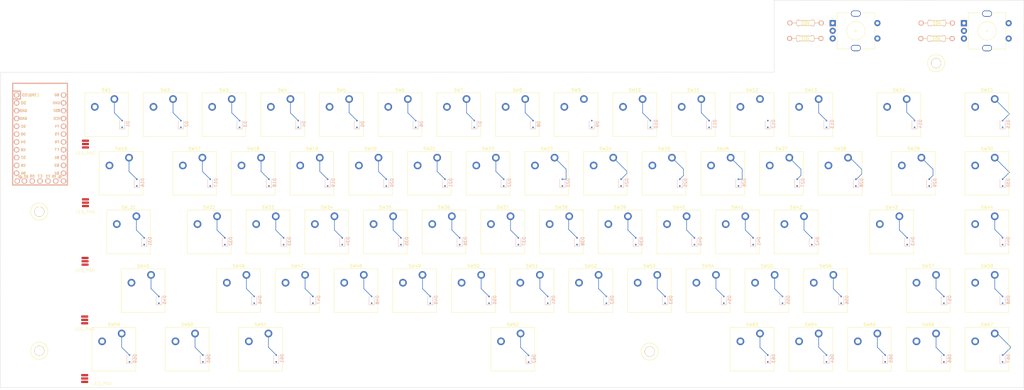
<source format=kicad_pcb>
(kicad_pcb (version 20240108) (generator "pcbnew") (generator_version "8.0")
  (layers (0 "F.Cu" signal) (31 "B.Cu" signal) (34 "B.Paste" user) (35 "F.Paste" user) (36 "B.SilkS" user "B.Silkscreen") (37 "F.SilkS" user "F.Silkscreen") (38 "B.Mask" user) (39 "F.Mask" user) (44 "Edge.Cuts" user))
  (net 0 "")
  (net 1 "N$1")
  (net 2 "N$10")
  (net 3 "N$11")
  (net 4 "N$12")
  (net 5 "N$13")
  (net 6 "N$14")
  (net 7 "N$15")
  (net 8 "N$16")
  (net 9 "N$17")
  (net 10 "N$18")
  (net 11 "N$19")
  (net 12 "N$2")
  (net 13 "N$20")
  (net 14 "N$21")
  (net 15 "N$22")
  (net 16 "N$23")
  (net 17 "N$24")
  (net 18 "N$25")
  (net 19 "N$26")
  (net 20 "N$27")
  (net 21 "N$28")
  (net 22 "N$29")
  (net 23 "N$3")
  (net 24 "N$30")
  (net 25 "N$31")
  (net 26 "N$32")
  (net 27 "N$33")
  (net 28 "N$34")
  (net 29 "N$35")
  (net 30 "N$36")
  (net 31 "N$37")
  (net 32 "N$38")
  (net 33 "N$39")
  (net 34 "N$4")
  (net 35 "N$40")
  (net 36 "N$41")
  (net 37 "N$42")
  (net 38 "N$43")
  (net 39 "N$44")
  (net 40 "N$45")
  (net 41 "N$46")
  (net 42 "N$47")
  (net 43 "N$48")
  (net 44 "N$49")
  (net 45 "N$5")
  (net 46 "N$50")
  (net 47 "N$51")
  (net 48 "N$52")
  (net 49 "N$53")
  (net 50 "N$54")
  (net 51 "N$55")
  (net 52 "N$56")
  (net 53 "N$57")
  (net 54 "N$58")
  (net 55 "N$59")
  (net 56 "N$6")
  (net 57 "N$60")
  (net 58 "N$61")
  (net 59 "N$62")
  (net 60 "N$63")
  (net 61 "N$64")
  (net 62 "N$65")
  (net 63 "N$66")
  (net 64 "N$67")
  (net 65 "N$7")
  (net 66 "N$8")
  (net 67 "N$9")
  (footprint "PCM_Switch_Keyboard_Cherry_MX:SW_Cherry_MX_PCB_1.00u" (layer "F.Cu") (at 271.78 175.26)
    (property "Reference" "SW8")
    (property "Value" "SW_Push")
  )
  (footprint "PCM_Switch_Keyboard_Cherry_MX:SW_Cherry_MX_PCB_1.00u" (layer "F.Cu") (at 347.98 175.26)
    (property "Reference" "SW12")
    (property "Value" "SW_Push")
  )
  (footprint "PCM_Switch_Keyboard_Cherry_MX:SW_Cherry_MX_PCB_6.25u" (layer "F.Cu") (at 270.275 251.46)
    (property "Reference" "SW62")
    (property "Value" "SW_Push")
  )
  (footprint "PCM_Switch_Keyboard_Cherry_MX:SW_Cherry_MX_PCB_1.00u" (layer "F.Cu") (at 424.18 194.31)
    (property "Reference" "SW30")
    (property "Value" "SW_Push")
  )
  (footprint "PCM_Switch_Keyboard_Cherry_MX:SW_Cherry_MX_PCB_1.00u" (layer "F.Cu") (at 338.455 194.31)
    (property "Reference" "SW26")
    (property "Value" "SW_Push")
  )
  (footprint "PCM_Switch_Keyboard_Cherry_MX:SW_Cherry_MX_PCB_1.50u" (layer "F.Cu") (at 143.1925 194.31)
    (property "Reference" "SW16")
    (property "Value" "SW_Push")
  )
  (footprint "PCM_Switch_Keyboard_Cherry_MX:SW_Cherry_MX_PCB_1.00u" (layer "F.Cu") (at 267.0175 213.36)
    (property "Reference" "SW37")
    (property "Value" "SW_Push")
  )
  (footprint "PCM_Switch_Keyboard_Cherry_MX:SW_Cherry_MX_PCB_1.00u" (layer "F.Cu") (at 171.7675 213.36)
    (property "Reference" "SW32")
    (property "Value" "SW_Push")
  )
  (footprint "PCM_Switch_Keyboard_Cherry_MX:SW_Cherry_MX_PCB_1.00u" (layer "F.Cu") (at 176.53 175.26)
    (property "Reference" "SW3")
    (property "Value" "SW_Push")
  )
  (footprint "PCM_Switch_Keyboard_Cherry_MX:SW_Cherry_MX_PCB_1.00u" (layer "F.Cu") (at 200.3425 232.41)
    (property "Reference" "SW47")
    (property "Value" "SW_Push")
  )
  (footprint "PCM_Switch_Keyboard_Cherry_MX:SW_Cherry_MX_PCB_1.25u" (layer "F.Cu") (at 164.62375 251.46)
    (property "Reference" "SW60")
    (property "Value" "SW_Push")
  )
  (footprint "PCM_Switch_Keyboard_Cherry_MX:SW_Cherry_MX_PCB_1.00u" (layer "F.Cu") (at 243.205 194.31)
    (property "Reference" "SW21")
    (property "Value" "SW_Push")
  )
  (footprint "PCM_Switch_Keyboard_Cherry_MX:SW_Cherry_MX_PCB_1.00u" (layer "F.Cu") (at 233.68 175.26)
    (property "Reference" "SW6")
    (property "Value" "SW_Push")
  )
  (footprint "Keebio-Parts:Elite-C" (layer "F.Cu") (at 116.859 182.85375 -90)
    (property "Reference" "U1" (hide yes))
    (property "Value" "Elite-C" (hide yes))
  )
  (footprint "PCM_Switch_Keyboard_Cherry_MX:SW_Cherry_MX_PCB_1.00u" (layer "F.Cu") (at 328.93 175.26)
    (property "Reference" "SW11")
    (property "Value" "SW_Push")
  )
  (footprint "Library:WS2812B SMD Strip 3mm" (layer "F.Cu") (at 131.464 226.397)
    (property "Reference" "LED_PAD")
    (property "Value" "WS2812B SMD Strip 3mm" (hide yes))
  )
  (footprint "PCM_Switch_Keyboard_Cherry_MX:SW_Cherry_MX_PCB_1.50u" (layer "F.Cu") (at 400.3675 194.31)
    (property "Reference" "SW29")
    (property "Value" "SW_Push")
  )
  (footprint "PCM_Switch_Keyboard_Cherry_MX:SW_Cherry_MX_PCB_1.00u" (layer "F.Cu") (at 405.13 251.46)
    (property "Reference" "SW66")
    (property "Value" "SW_Push")
  )
  (footprint "PCM_Switch_Keyboard_Cherry_MX:SW_Cherry_MX_PCB_1.00u" (layer "F.Cu") (at 333.6925 232.41)
    (property "Reference" "SW54")
    (property "Value" "SW_Push")
  )
  (footprint "PCM_Switch_Keyboard_Cherry_MX:SW_Cherry_MX_PCB_1.00u" (layer "F.Cu") (at 181.2925 232.41)
    (property "Reference" "SW46")
    (property "Value" "SW_Push")
  )
  (footprint "PCM_Switch_Keyboard_Cherry_MX:SW_Cherry_MX_PCB_1.00u" (layer "F.Cu") (at 357.505 194.31)
    (property "Reference" "SW27")
    (property "Value" "SW_Push")
  )
  (footprint "PCM_Switch_Keyboard_Cherry_MX:SW_Cherry_MX_PCB_1.00u" (layer "F.Cu") (at 247.9675 213.36)
    (property "Reference" "SW36")
    (property "Value" "SW_Push")
  )
  (footprint "Library:WS2812B SMD Strip 3mm" (layer "F.Cu") (at 131.337 264.497)
    (property "Reference" "REF**" (hide yes))
    (property "Value" "WS2812B SMD Strip 3mm" (hide yes))
  )
  (footprint "Keebio-Parts:Resistor" (layer "F.Cu") (at 407.816 150.514)
    (property "Reference" "Ref**" (hide yes))
    (property "Value" "10k")
  )
  (footprint "PCM_Switch_Keyboard_Cherry_MX:SW_Cherry_MX_PCB_1.00u" (layer "F.Cu") (at 343.2175 213.36)
    (property "Reference" "SW41")
    (property "Value" "SW_Push")
  )
  (footprint "PCM_Switch_Keyboard_Cherry_MX:SW_Cherry_MX_PCB_1.00u" (layer "F.Cu") (at 367.03 175.26)
    (property "Reference" "SW13")
    (property "Value" "SW_Push")
  )
  (footprint "PCM_Switch_Keyboard_Cherry_MX:SW_Cherry_MX_PCB_1.00u" (layer "F.Cu") (at 262.255 194.31)
    (property "Reference" "SW22")
    (property "Value" "SW_Push")
  )
  (footprint "PCM_Switch_Keyboard_Cherry_MX:SW_Cherry_MX_PCB_1.00u" (layer "F.Cu") (at 305.1175 213.36)
    (property "Reference" "SW39")
    (property "Value" "SW_Push")
  )
  (footprint "PCM_Switch_Keyboard_Cherry_MX:SW_Cherry_MX_PCB_1.00u" (layer "F.Cu") (at 371.7925 232.41)
    (property "Reference" "SW56")
    (property "Value" "SW_Push")
  )
  (footprint "PCM_Switch_Keyboard_Cherry_MX:SW_Cherry_MX_PCB_1.00u" (layer "F.Cu") (at 257.4925 232.41)
    (property "Reference" "SW50")
    (property "Value" "SW_Push")
  )
  (footprint "PCM_Switch_Keyboard_Cherry_MX:SW_Cherry_MX_PCB_1.00u" (layer "F.Cu") (at 376.555 194.31)
    (property "Reference" "SW28")
    (property "Value" "SW_Push")
  )
  (footprint "PCM_Switch_Keyboard_Cherry_MX:SW_Cherry_MX_PCB_1.00u" (layer "F.Cu") (at 309.88 175.26)
    (property "Reference" "SW10")
    (property "Value" "SW_Push")
  )
  (footprint "PCM_Switch_Keyboard_Cherry_MX:SW_Cherry_MX_PCB_1.00u" (layer "F.Cu") (at 405.13 232.41)
    (property "Reference" "SW57")
    (property "Value" "SW_Push")
  )
  (footprint "Keebio-Parts:RotaryEncoder_EC11" (layer "F.Cu") (at 424.2244 148.0248)
    (property "Reference" "EC11_Rotary_Encoder")
    (property "Value" "RotaryEncoder_EC11")
  )
  (footprint "PCM_Switch_Keyboard_Cherry_MX:SW_Cherry_MX_PCB_1.00u" (layer "F.Cu") (at 228.9175 213.36)
    (property "Reference" "SW35")
    (property "Value" "SW_Push")
  )
  (footprint "Library:WS2812B SMD Strip 3mm" (layer "F.Cu") (at 131.337 245.447)
    (property "Reference" "LED_PAD")
    (property "Value" "WS2812B SMD Strip 3mm" (hide yes))
  )
  (footprint "PCM_Switch_Keyboard_Cherry_MX:SW_Cherry_MX_PCB_1.00u" (layer "F.Cu") (at 209.8675 213.36)
    (property "Reference" "SW34")
    (property "Value" "SW_Push")
  )
  (footprint "PCM_Switch_Keyboard_Cherry_MX:SW_Cherry_MX_PCB_1.00u" (layer "F.Cu") (at 295.5925 232.41)
    (property "Reference" "SW52")
    (property "Value" "SW_Push")
  )
  (footprint "PCM_Switch_Keyboard_Cherry_MX:SW_Cherry_MX_PCB_1.00u" (layer "F.Cu") (at 300.355 194.31)
    (property "Reference" "SW24")
    (property "Value" "SW_Push")
  )
  (footprint "Keebio-Parts:Resistor" (layer "F.Cu") (at 365.3218 145.4594)
    (property "Reference" "Ref**" (hide yes))
    (property "Value" "10k")
  )
  (footprint "Library:WS2812B SMD Strip 3mm" (layer "F.Cu") (at 131.591 207.354)
    (property "Reference" "LED_PAD")
    (property "Value" "WS2812B SMD Strip 3mm" (hide yes))
  )
  (footprint "PCM_Switch_Keyboard_Cherry_MX:SW_Cherry_MX_PCB_1.00u" (layer "F.Cu") (at 319.405 194.31)
    (property "Reference" "SW25")
    (property "Value" "SW_Push")
  )
  (footprint "Keebio-Parts:Resistor" (layer "F.Cu") (at 365.2202 150.4886)
    (property "Reference" "Ref**" (hide yes))
    (property "Value" "10k")
  )
  (footprint "PCM_Switch_Keyboard_Cherry_MX:SW_Cherry_MX_PCB_1.00u" (layer "F.Cu") (at 219.3925 232.41)
    (property "Reference" "SW48")
    (property "Value" "SW_Push")
  )
  (footprint "PCM_Switch_Keyboard_Cherry_MX:SW_Cherry_MX_PCB_1.25u" (layer "F.Cu") (at 188.43625 251.46)
    (property "Reference" "SW61")
    (property "Value" "SW_Push")
  )
  (footprint "PCM_Switch_Keyboard_Cherry_MX:SW_Cherry_MX_PCB_1.00u" (layer "F.Cu") (at 424.18 251.46)
    (property "Reference" "SW67")
    (property "Value" "SW_Push")
  )
  (footprint "PCM_Switch_Keyboard_Cherry_MX:SW_Cherry_MX_PCB_1.00u" (layer "F.Cu") (at 324.1675 213.36)
    (property "Reference" "SW40")
    (property "Value" "SW_Push")
  )
  (footprint "PCM_Switch_Keyboard_Cherry_MX:SW_Cherry_MX_PCB_1.00u" (layer "F.Cu") (at 224.155 194.31)
    (property "Reference" "SW20")
    (property "Value" "SW_Push")
  )
  (footprint "Keebio-Parts:MountingHole" (layer "F.Cu") (at 407.689 158.515)
    (property "Reference" "U4" (hide yes))
    (property "Value" "HOLE")
  )
  (footprint "PCM_Switch_Keyboard_Cherry_MX:SW_Cherry_MX_PCB_1.00u" (layer "F.Cu") (at 352.7425 232.41)
    (property "Reference" "SW55")
    (property "Value" "SW_Push")
  )
  (footprint "PCM_Switch_Keyboard_Cherry_MX:SW_Cherry_MX_PCB_1.00u" (layer "F.Cu") (at 205.105 194.31)
    (property "Reference" "SW19")
    (property "Value" "SW_Push")
  )
  (footprint "PCM_Switch_Keyboard_Cherry_MX:SW_Cherry_MX_PCB_1.00u" (layer "F.Cu") (at 186.055 194.31)
    (property "Reference" "SW18")
    (property "Value" "SW_Push")
  )
  (footprint "PCM_Switch_Keyboard_Cherry_MX:SW_Cherry_MX_PCB_1.00u" (layer "F.Cu") (at 195.58 175.26)
    (property "Reference" "SW4")
    (property "Value" "SW_Push")
  )
  (footprint "PCM_Switch_Keyboard_Cherry_MX:SW_Cherry_MX_PCB_1.00u" (layer "F.Cu") (at 276.5425 232.41)
    (property "Reference" "SW51")
    (property "Value" "SW_Push")
  )
  (footprint "PCM_Switch_Keyboard_Cherry_MX:SW_Cherry_MX_PCB_1.00u" (layer "F.Cu") (at 290.83 175.26)
    (property "Reference" "SW9")
    (property "Value" "SW_Push")
  )
  (footprint "PCM_Switch_Keyboard_Cherry_MX:SW_Cherry_MX_PCB_1.00u" (layer "F.Cu") (at 314.6425 232.41)
    (property "Reference" "SW53")
    (property "Value" "SW_Push")
  )
  (footprint "PCM_Switch_Keyboard_Cherry_MX:SW_Cherry_MX_PCB_1.00u" (layer "F.Cu") (at 424.18 175.26)
    (property "Reference" "SW15")
    (property "Value" "SW_Push")
  )
  (footprint "PCM_Switch_Keyboard_Cherry_MX:SW_Cherry_MX_PCB_1.00u" (layer "F.Cu") (at 167.005 194.31)
    (property "Reference" "SW17")
    (property "Value" "SW_Push")
  )
  (footprint "Keebio-Parts:Resistor" (layer "F.Cu") (at 407.9176 145.4848)
    (property "Reference" "Ref**" (hide yes))
    (property "Value" "10k")
  )
  (footprint "Keebio-Parts:MountingHole" (layer "F.Cu") (at 116.605 251.987)
    (property "Reference" "U4" (hide yes))
    (property "Value" "HOLE")
  )
  (footprint "PCM_Switch_Keyboard_Cherry_MX:SW_Cherry_MX_PCB_1.00u" (layer "F.Cu") (at 214.63 175.26)
    (property "Reference" "SW5")
    (property "Value" "SW_Push")
  )
  (footprint "PCM_Switch_Keyboard_Cherry_MX:SW_Cherry_MX_PCB_1.00u" (layer "F.Cu") (at 190.8175 213.36)
    (property "Reference" "SW33")
    (property "Value" "SW_Push")
  )
  (footprint "PCM_Switch_Keyboard_Cherry_MX:SW_Cherry_MX_PCB_1.75u" (layer "F.Cu") (at 145.57375 213.36)
    (property "Reference" "SW_31")
    (property "Value" "SW_Push")
  )
  (footprint "Keebio-Parts:MountingHole" (layer "F.Cu") (at 314.725 252.241)
    (property "Reference" "U4" (hide yes))
    (property "Value" "HOLE")
  )
  (footprint "PCM_Switch_Keyboard_Cherry_MX:SW_Cherry_MX_PCB_1.00u" (layer "F.Cu") (at 362.2675 213.36)
    (property "Reference" "SW42")
    (property "Value" "SW_Push")
  )
  (footprint "PCM_Switch_Keyboard_Cherry_MX:SW_Cherry_MX_PCB_2.25u" (layer "F.Cu") (at 393.22375 213.36)
    (property "Reference" "SW43")
    (property "Value" "SW_Push")
  )
  (footprint "PCM_Switch_Keyboard_Cherry_MX:SW_Cherry_MX_PCB_1.00u" (layer "F.Cu") (at 138.43 175.26)
    (property "Reference" "SW1")
    (property "Value" "SW_Push")
  )
  (footprint "PCM_Switch_Keyboard_Cherry_MX:SW_Cherry_MX_PCB_1.00u" (layer "F.Cu") (at 347.98 251.46)
    (property "Reference" "SW63")
    (property "Value" "SW_Push")
  )
  (footprint "PCM_Switch_Keyboard_Cherry_MX:SW_Cherry_MX_PCB_1.00u" (layer "F.Cu") (at 281.305 194.31)
    (property "Reference" "SW23")
    (property "Value" "SW_Push")
  )
  (footprint "PCM_Switch_Keyboard_Cherry_MX:SW_Cherry_MX_PCB_1.00u" (layer "F.Cu") (at 424.18 232.41)
    (property "Reference" "SW58")
    (property "Value" "SW_Push")
  )
  (footprint "PCM_Switch_Keyboard_Cherry_MX:SW_Cherry_MX_PCB_1.00u" (layer "F.Cu") (at 252.73 175.26)
    (property "Reference" "SW7")
    (property "Value" "SW_Push")
  )
  (footprint "PCM_Switch_Keyboard_Cherry_MX:SW_Cherry_MX_PCB_1.00u" (layer "F.Cu") (at 424.18 213.36)
    (property "Reference" "SW44")
    (property "Value" "SW_Push")
  )
  (footprint "PCM_Switch_Keyboard_Cherry_MX:SW_Cherry_MX_PCB_1.00u" (layer "F.Cu") (at 386.08 251.46)
    (property "Reference" "SW65")
    (property "Value" "SW_Push")
  )
  (footprint "PCM_Switch_Keyboard_Cherry_MX:SW_Cherry_MX_PCB_1.00u" (layer "F.Cu") (at 238.4425 232.41)
    (property "Reference" "SW49")
    (property "Value" "SW_Push")
  )
  (footprint "PCM_Switch_Keyboard_Cherry_MX:SW_Cherry_MX_PCB_2.00u" (layer "F.Cu") (at 395.605 175.26)
    (property "Reference" "SW14")
    (property "Value" "SW_Push")
  )
  (footprint "PCM_Switch_Keyboard_Cherry_MX:SW_Cherry_MX_PCB_1.00u" (layer "F.Cu") (at 157.48 175.26)
    (property "Reference" "SW2")
    (property "Value" "SW_Push")
  )
  (footprint "Keebio-Parts:RotaryEncoder_EC11" (layer "F.Cu") (at 381.6286 147.9994)
    (property "Reference" "EC11_Rotary_Encoder")
    (property "Value" "RotaryEncoder_EC11")
  )
  (footprint "Library:WS2812B SMD Strip 3mm" (layer "F.Cu") (at 131.591 188.304)
    (property "Reference" "LED_PAD")
    (property "Value" "WS2812B SMD Strip 3mm" (hide yes))
  )
  (footprint "PCM_Switch_Keyboard_Cherry_MX:SW_Cherry_MX_PCB_1.25u" (layer "F.Cu") (at 140.81125 251.46)
    (property "Reference" "SW59")
    (property "Value" "SW_Push")
  )
  (footprint "PCM_Switch_Keyboard_Cherry_MX:SW_Cherry_MX_PCB_1.00u" (layer "F.Cu") (at 286.0675 213.36)
    (property "Reference" "SW38")
    (property "Value" "SW_Push")
  )
  (footprint "PCM_Switch_Keyboard_Cherry_MX:SW_Cherry_MX_PCB_1.00u" (layer "F.Cu") (at 367.03 251.46)
    (property "Reference" "SW64")
    (property "Value" "SW_Push")
  )
  (footprint "PCM_Switch_Keyboard_Cherry_MX:SW_Cherry_MX_PCB_2.25u" (layer "F.Cu") (at 150.33625 232.41)
    (property "Reference" "SW45")
    (property "Value" "SW_Push")
  )
  (footprint "Keebio-Parts:MountingHole" (layer "F.Cu") (at 116.605 206.775)
    (property "Reference" "U4" (hide yes))
    (property "Value" "HOLE")
  )
  (footprint "Diode_SMD:D_SOD-323F" (layer "B.Cu") (at 410.21 254.49 90)
    (property "Reference" "D66")
    (property "Value" "D")
  )
  (footprint "Diode_SMD:D_SOD-323F" (layer "B.Cu") (at 286.385 197.34 90)
    (property "Reference" "D23")
    (property "Value" "D")
  )
  (footprint "Diode_SMD:D_SOD-323F" (layer "B.Cu") (at 176.8475 216.39 90)
    (property "Reference" "D32")
    (property "Value" "D")
  )
  (footprint "Diode_SMD:D_SOD-323F" (layer "B.Cu") (at 400.685 178.29 90)
    (property "Reference" "D14")
    (property "Value" "D")
  )
  (footprint "Diode_SMD:D_SOD-323F" (layer "B.Cu") (at 391.16 254.49 90)
    (property "Reference" "D65")
    (property "Value" "D")
  )
  (footprint "Diode_SMD:D_SOD-323F" (layer "B.Cu") (at 219.71 178.29 90)
    (property "Reference" "D5")
    (property "Value" "D")
  )
  (footprint "Diode_SMD:D_SOD-323F" (layer "B.Cu") (at 310.1975 216.39 90)
    (property "Reference" "D39")
    (property "Value" "D")
  )
  (footprint "Diode_SMD:D_SOD-323F" (layer "B.Cu") (at 186.3725 235.44 90)
    (property "Reference" "D46")
    (property "Value" "D")
  )
  (footprint "Diode_SMD:D_SOD-323F" (layer "B.Cu") (at 248.285 197.34 90)
    (property "Reference" "D21")
    (property "Value" "D")
  )
  (footprint "Diode_SMD:D_SOD-323F" (layer "B.Cu") (at 343.535 197.34 90)
    (property "Reference" "D26")
    (property "Value" "D")
  )
  (footprint "Diode_SMD:D_SOD-323F" (layer "B.Cu") (at 305.435 197.34 90)
    (property "Reference" "D24")
    (property "Value" "D")
  )
  (footprint "Diode_SMD:D_SOD-323F" (layer "B.Cu") (at 319.7225 235.44 90)
    (property "Reference" "D53")
    (property "Value" "D")
  )
  (footprint "Diode_SMD:D_SOD-323F" (layer "B.Cu") (at 314.96 178.29 90)
    (property "Reference" "D10")
    (property "Value" "D")
  )
  (footprint "Diode_SMD:D_SOD-323F" (layer "B.Cu") (at 169.70375 254.49 90)
    (property "Reference" "D60")
    (property "Value" "D")
  )
  (footprint "Diode_SMD:D_SOD-323F" (layer "B.Cu") (at 357.8225 235.44 90)
    (property "Reference" "D55")
    (property "Value" "D")
  )
  (footprint "Diode_SMD:D_SOD-323F" (layer "B.Cu") (at 233.9975 216.39 90)
    (property "Reference" "D35")
    (property "Value" "D")
  )
  (footprint "Diode_SMD:D_SOD-323F" (layer "B.Cu") (at 372.11 254.49 90)
    (property "Reference" "D64")
    (property "Value" "D")
  )
  (footprint "Diode_SMD:D_SOD-323F" (layer "B.Cu") (at 253.0475 216.39 90)
    (property "Reference" "D36")
    (property "Value" "D")
  )
  (footprint "Diode_SMD:D_SOD-323F" (layer "B.Cu") (at 376.8725 235.44 90)
    (property "Reference" "D56")
    (property "Value" "D")
  )
  (footprint "Diode_SMD:D_SOD-323F" (layer "B.Cu") (at 338.7725 235.44 90)
    (property "Reference" "D54")
    (property "Value" "D")
  )
  (footprint "Diode_SMD:D_SOD-323F" (layer "B.Cu") (at 205.4225 235.44 90)
    (property "Reference" "D47")
    (property "Value" "D")
  )
  (footprint "Diode_SMD:D_SOD-323F" (layer "B.Cu") (at 429.26 235.44 90)
    (property "Reference" "D58")
    (property "Value" "D")
  )
  (footprint "Diode_SMD:D_SOD-323F" (layer "B.Cu") (at 272.0975 216.39 90)
    (property "Reference" "D37")
    (property "Value" "D")
  )
  (footprint "Diode_SMD:D_SOD-323F" (layer "B.Cu") (at 262.5725 235.44 90)
    (property "Reference" "D50")
    (property "Value" "D")
  )
  (footprint "Diode_SMD:D_SOD-323F" (layer "B.Cu") (at 405.4475 197.34 90)
    (property "Reference" "D29")
    (property "Value" "D")
  )
  (footprint "Diode_SMD:D_SOD-323F" (layer "B.Cu") (at 291.1475 216.39 90)
    (property "Reference" "D38")
    (property "Value" "D")
  )
  (footprint "Diode_SMD:D_SOD-323F" (layer "B.Cu") (at 334.01 178.29 90)
    (property "Reference" "D11")
    (property "Value" "D")
  )
  (footprint "Diode_SMD:D_SOD-323F" (layer "B.Cu") (at 410.21 235.44 90)
    (property "Reference" "D57")
    (property "Value" "D")
  )
  (footprint "Diode_SMD:D_SOD-323F" (layer "B.Cu") (at 238.76 178.29 90)
    (property "Reference" "D6")
    (property "Value" "D")
  )
  (footprint "Diode_SMD:D_SOD-323F" (layer "B.Cu") (at 143.51 178.29 90)
    (property "Reference" "D1")
    (property "Value" "D")
  )
  (footprint "Diode_SMD:D_SOD-323F" (layer "B.Cu") (at 193.51625 254.49 90)
    (property "Reference" "D61")
    (property "Value" "D")
  )
  (footprint "Diode_SMD:D_SOD-323F" (layer "B.Cu") (at 429.26 216.39 90)
    (property "Reference" "D44")
    (property "Value" "D")
  )
  (footprint "Diode_SMD:D_SOD-323F" (layer "B.Cu") (at 243.5225 235.44 90)
    (property "Reference" "D49")
    (property "Value" "D")
  )
  (footprint "Diode_SMD:D_SOD-323F" (layer "B.Cu") (at 295.91 178.29 90)
    (property "Reference" "D9")
    (property "Value" "D")
  )
  (footprint "Diode_SMD:D_SOD-323F" (layer "B.Cu") (at 348.2975 216.39 90)
    (property "Reference" "D41")
    (property "Value" "D")
  )
  (footprint "Diode_SMD:D_SOD-323F" (layer "B.Cu") (at 353.06 254.49 90)
    (property "Reference" "D63")
    (property "Value" "D")
  )
  (footprint "Diode_SMD:D_SOD-323F" (layer "B.Cu") (at 267.335 197.34 90)
    (property "Reference" "D22")
    (property "Value" "D")
  )
  (footprint "Diode_SMD:D_SOD-323F" (layer "B.Cu") (at 257.81 178.29 90)
    (property "Reference" "D7")
    (property "Value" "D")
  )
  (footprint "Diode_SMD:D_SOD-323F" (layer "B.Cu") (at 367.3475 216.39 90)
    (property "Reference" "D42")
    (property "Value" "D")
  )
  (footprint "Diode_SMD:D_SOD-323F" (layer "B.Cu") (at 281.6225 235.44 90)
    (property "Reference" "D51")
    (property "Value" "D")
  )
  (footprint "Diode_SMD:D_SOD-323F" (layer "B.Cu") (at 429.26 178.29 90)
    (property "Reference" "D15")
    (property "Value" "D")
  )
  (footprint "Diode_SMD:D_SOD-323F" (layer "B.Cu") (at 145.89125 254.49 90)
    (property "Reference" "D59")
    (property "Value" "D")
  )
  (footprint "Diode_SMD:D_SOD-323F" (layer "B.Cu") (at 324.485 197.34 90)
    (property "Reference" "D25")
    (property "Value" "D")
  )
  (footprint "Diode_SMD:D_SOD-323F" (layer "B.Cu") (at 155.41625 235.44 90)
    (property "Reference" "D45")
    (property "Value" "D")
  )
  (footprint "Diode_SMD:D_SOD-323F" (layer "B.Cu") (at 362.585 197.34 90)
    (property "Reference" "D27")
    (property "Value" "D")
  )
  (footprint "Diode_SMD:D_SOD-323F" (layer "B.Cu") (at 172.085 197.34 90)
    (property "Reference" "D17")
    (property "Value" "D")
  )
  (footprint "Diode_SMD:D_SOD-323F" (layer "B.Cu") (at 191.135 197.34 90)
    (property "Reference" "D18")
    (property "Value" "D")
  )
  (footprint "Diode_SMD:D_SOD-323F" (layer "B.Cu") (at 429.26 254.49 90)
    (property "Reference" "D67")
    (property "Value" "D")
  )
  (footprint "Diode_SMD:D_SOD-323F" (layer "B.Cu") (at 150.65375 216.39 90)
    (property "Reference" "D31")
    (property "Value" "D")
  )
  (footprint "Diode_SMD:D_SOD-323F" (layer "B.Cu") (at 275.405 254.585 90)
    (property "Reference" "D62")
    (property "Value" "D")
  )
  (footprint "Diode_SMD:D_SOD-323F" (layer "B.Cu") (at 372.11 178.29 90)
    (property "Reference" "D13")
    (property "Value" "D")
  )
  (footprint "Diode_SMD:D_SOD-323F" (layer "B.Cu") (at 148.2725 197.34 90)
    (property "Reference" "D16")
    (property "Value" "D")
  )
  (footprint "Diode_SMD:D_SOD-323F" (layer "B.Cu") (at 210.185 197.34 90)
    (property "Reference" "D19")
    (property "Value" "D")
  )
  (footprint "Diode_SMD:D_SOD-323F" (layer "B.Cu") (at 162.56 178.29 90)
    (property "Reference" "D2")
    (property "Value" "D")
  )
  (footprint "Diode_SMD:D_SOD-323F" (layer "B.Cu") (at 200.66 178.29 90)
    (property "Reference" "D4")
    (property "Value" "D")
  )
  (footprint "Diode_SMD:D_SOD-323F" (layer "B.Cu") (at 229.235 197.34 90)
    (property "Reference" "D20")
    (property "Value" "D")
  )
  (footprint "Diode_SMD:D_SOD-323F" (layer "B.Cu") (at 398.30375 216.39 90)
    (property "Reference" "D43")
    (property "Value" "D")
  )
  (footprint "Diode_SMD:D_SOD-323F" (layer "B.Cu") (at 329.2475 216.39 90)
    (property "Reference" "D40")
    (property "Value" "D")
  )
  (footprint "Diode_SMD:D_SOD-323F" (layer "B.Cu") (at 353.06 178.29 90)
    (property "Reference" "D12")
    (property "Value" "D")
  )
  (footprint "Diode_SMD:D_SOD-323F" (layer "B.Cu") (at 381.635 197.34 90)
    (property "Reference" "D28")
    (property "Value" "D")
  )
  (footprint "Diode_SMD:D_SOD-323F" (layer "B.Cu") (at 214.9475 216.39 90)
    (property "Reference" "D34")
    (property "Value" "D")
  )
  (footprint "Diode_SMD:D_SOD-323F" (layer "B.Cu") (at 276.86 178.29 90)
    (property "Reference" "D8")
    (property "Value" "D")
  )
  (footprint "Diode_SMD:D_SOD-323F" (layer "B.Cu") (at 181.61 178.29 90)
    (property "Reference" "D3")
    (property "Value" "D")
  )
  (footprint "Diode_SMD:D_SOD-323F" (layer "B.Cu") (at 195.8975 216.39 90)
    (property "Reference" "D33")
    (property "Value" "D")
  )
  (footprint "Diode_SMD:D_SOD-323F" (layer "B.Cu") (at 300.6725 235.44 90)
    (property "Reference" "D52")
    (property "Value" "D")
  )
  (footprint "Diode_SMD:D_SOD-323F" (layer "B.Cu") (at 224.4725 235.44 90)
    (property "Reference" "D48")
    (property "Value" "D")
  )
  (footprint "Diode_SMD:D_SOD-323F" (layer "B.Cu") (at 429.26 197.34 90)
    (property "Reference" "D30")
    (property "Value" "D")
  )
  (gr_line (start 126.43 263.925) (end 103.905 263.925) (stroke (width 0.1)) (layer "Edge.Cuts"))
  (gr_line (start 378.225 163.26) (end 378.225 163.26) (stroke (width 0.1)) (layer "Edge.Cuts"))
  (gr_line (start 103.905 263.925) (end 104.032 204.4636) (stroke (width 0.1)) (layer "Edge.Cuts"))
  (gr_line (start 126.7142 161.5122) (end 355.111 161.4106) (stroke (width 0.1)) (layer "Edge.Cuts"))
  (gr_line (start 436.18 163.26) (end 436.18 263.925) (stroke (width 0.1)) (layer "Edge.Cuts"))
  (gr_line (start 104.032 204.4636) (end 104.0574 161.5122) (stroke (width 0.1)) (layer "Edge.Cuts"))
  (gr_line (start 436.18 263.925) (end 126.43 263.925) (stroke (width 0.1)) (layer "Edge.Cuts"))
  (gr_line (start 104.0574 161.5122) (end 126.7142 161.5122) (stroke (width 0.1)) (layer "Edge.Cuts"))
  (gr_line (start 436.1878 138.068) (end 436.18 163.26) (stroke (width 0.1)) (layer "Edge.Cuts"))
  (gr_line (start 355.111 138.0426) (end 436.1878 138.068) (stroke (width 0.1)) (layer "Edge.Cuts"))
  (gr_line (start 355.111 161.4106) (end 355.111 138.0426) (stroke (width 0.1)) (layer "Edge.Cuts"))
  (gr_text "C7" (at 116.859 195.218 0) (layer "F.SilkS") (effects (font (size 0.8 0.8))))
  (gr_text "B2" (at 122.32 194.329 0) (layer "F.SilkS") (effects (font (size 0.8 0.8))))
  (gr_text "D4" (at 111.271 184.169 0) (layer "F.SilkS") (effects (font (size 0.8 0.8) (thickness 0.16) (bold yes))))
  (gr_text "D7" (at 111.525 189.249 0) (layer "F.SilkS") (effects (font (size 0.8 0.8) (thickness 0.16) (bold yes))))
  (gr_text "B6" (at 123.336 195.599 45) (layer "F.SilkS") (effects (font (size 0.8 0.7))))
  (gr_text "B4" (at 111.525 194.329 0) (layer "F.SilkS") (effects (font (size 0.8 0.8) (thickness 0.16) (bold yes))))
  (gr_text "D1" (at 111.525 179.089 0) (layer "F.SilkS") (effects (font (size 0.8 0.8) (thickness 0.16) (bold yes))))
  (gr_text "F6" (at 122.447 184.042 0) (layer "F.SilkS") (effects (font (size 0.8 0.8))))
  (gr_text "D2" (at 111.525 171.469 0) (layer "F.SilkS") (effects (font (size 1 1) (thickness 0.2) (bold yes))))
  (gr_text "B0" (at 122.32 168.802 0) (layer "F.SilkS") (effects (font (size 0.8 0.8))))
  (gr_text "F1" (at 119.399 195.218 0) (layer "F.SilkS") (effects (font (size 0.8 0.8))))
  (gr_text "B7" (at 112.287 195.345 0) (layer "F.SilkS") (effects (font (size 0.8 0.7))))
  (gr_text "F0" (at 121.431 195.345 0) (layer "F.SilkS") (effects (font (size 0.8 0.7))))
  (gr_text "F7" (at 122.32 186.582 0) (layer "F.SilkS") (effects (font (size 0.8 0.8))))
  (gr_text "GND" (at 111.525 176.549 0) (layer "F.SilkS") (effects (font (size 0.8 0.8))))
  (gr_text "F5" (at 122.447 181.502 0) (layer "F.SilkS") (effects (font (size 0.8 0.8))))
  (gr_text "GND" (at 111.525 174.009 0) (layer "F.SilkS") (effects (font (size 0.8 0.8))))
  (gr_text "F4" (at 122.447 178.962 0) (layer "F.SilkS") (effects (font (size 0.8 0.8))))
  (gr_text "B3" (at 122.32 191.662 0) (layer "F.SilkS") (effects (font (size 0.8 0.8))))
  (gr_text "D5" (at 114.319 195.218 0) (layer "F.SilkS") (effects (font (size 0.8 0.8))))
  (gr_text "E6" (at 111.271 191.789 0) (layer "F.SilkS") (effects (font (size 0.8 0.8) (thickness 0.16) (bold yes))))
  (gr_text "C6" (at 111.271 186.709 0) (layer "F.SilkS") (effects (font (size 0.8 0.8) (thickness 0.16) (bold yes))))
  (gr_text "B5" (at 110.509 195.599 315) (layer "F.SilkS") (effects (font (size 0.8 0.7))))
  (gr_text "ST" (at 122.574 174.009 0) (layer "F.SilkS") (effects (font (size 0.8 0.8))))
  (gr_text "B1" (at 122.32 189.249 0) (layer "F.SilkS") (effects (font (size 0.8 0.8))))
  (gr_text "VCC" (at 122.193 176.549 0) (layer "F.SilkS") (effects (font (size 0.8 0.8))))
  (gr_text "D0" (at 111.271 181.629 0) (layer "F.SilkS") (effects (font (size 0.8 0.8) (thickness 0.16) (bold yes))))
  (gr_text "LED_PAD" (at 136.925 262.655 0) (layer "F.SilkS") (effects (font (size 1 1) (thickness 0.1))))
  (gr_text "GND" (at 122.193 171.469 0) (layer "F.SilkS") (effects (font (size 0.8 0.8))))
  (segment (start 140.97 174.65) (end 140.97 170.18) (width 0.2) (layer "B.Cu") (net 1))
  (segment (start 143.51 177.19) (end 140.97 174.65) (width 0.2) (layer "B.Cu") (net 1))
  (segment (start 314.96 177.19) (end 312.42 174.65) (width 0.2) (layer "B.Cu") (net 2))
  (segment (start 312.42 174.65) (end 312.42 170.18) (width 0.2) (layer "B.Cu") (net 2))
  (segment (start 334.01 177.19) (end 331.47 174.65) (width 0.2) (layer "B.Cu") (net 3))
  (segment (start 331.47 174.65) (end 331.47 170.18) (width 0.2) (layer "B.Cu") (net 3))
  (segment (start 369.57 174.65) (end 369.57 170.18) (width 0.2) (layer "B.Cu") (net 5))
  (segment (start 372.11 177.19) (end 369.57 174.65) (width 0.2) (layer "B.Cu") (net 5))
  (segment (start 398.145 174.476598) (end 398.145 170.18) (width 0.2) (layer "B.Cu") (net 6))
  (segment (start 400.685 177.19) (end 400.685 177.016598) (width 0.2) (layer "B.Cu") (net 6))
  (segment (start 400.685 177.016598) (end 398.145 174.476598) (width 0.2) (layer "B.Cu") (net 6))
  (segment (start 429.26 177.19) (end 431.495 174.955) (width 0.2) (layer "B.Cu") (net 7))
  (segment (start 431.495 174.955) (end 426.72 170.18) (width 0.2) (layer "B.Cu") (net 7))
  (segment (start 145.7325 193.7) (end 145.7325 189.23) (width 0.2) (layer "B.Cu") (net 8))
  (segment (start 148.2725 196.24) (end 145.7325 193.7) (width 0.2) (layer "B.Cu") (net 8))
  (segment (start 169.545 193.7) (end 169.545 189.23) (width 0.2) (layer "B.Cu") (net 9))
  (segment (start 172.085 196.24) (end 169.545 193.7) (width 0.2) (layer "B.Cu") (net 9))
  (segment (start 191.135 196.24) (end 188.595 193.7) (width 0.2) (layer "B.Cu") (net 10))
  (segment (start 188.595 193.7) (end 188.595 189.23) (width 0.2) (layer "B.Cu") (net 10))
  (segment (start 207.645 193.7) (end 207.645 189.23) (width 0.2) (layer "B.Cu") (net 11))
  (segment (start 210.185 196.24) (end 207.645 193.7) (width 0.2) (layer "B.Cu") (net 11))
  (segment (start 162.56 177.19) (end 160.02 174.65) (width 0.2) (layer "B.Cu") (net 12))
  (segment (start 160.02 174.65) (end 160.02 170.18) (width 0.2) (layer "B.Cu") (net 12))
  (segment (start 229.235 196.24) (end 226.695 193.7) (width 0.2) (layer "B.Cu") (net 13))
  (segment (start 226.695 193.7) (end 226.695 189.23) (width 0.2) (layer "B.Cu") (net 13))
  (segment (start 245.745 193.7) (end 245.745 189.23) (width 0.2) (layer "B.Cu") (net 14))
  (segment (start 248.285 196.24) (end 245.745 193.7) (width 0.2) (layer "B.Cu") (net 14))
  (segment (start 267.335 196.24) (end 264.795 193.7) (width 0.2) (layer "B.Cu") (net 15))
  (segment (start 264.795 193.7) (end 264.795 189.23) (width 0.2) (layer "B.Cu") (net 15))
  (segment (start 287.61 196.24) (end 287.61 192.995) (width 0.2) (layer "B.Cu") (net 16))
  (segment (start 286.385 196.24) (end 287.61 196.24) (width 0.2) (layer "B.Cu") (net 16))
  (segment (start 287.61 192.995) (end 283.845 189.23) (width 0.2) (layer "B.Cu") (net 16))
  (segment (start 307.34 194.335) (end 307.34 193.675) (width 0.2) (layer "B.Cu") (net 17))
  (segment (start 305.435 196.24) (end 307.34 194.335) (width 0.2) (layer "B.Cu") (net 17))
  (segment (start 307.34 193.675) (end 302.895 189.23) (width 0.2) (layer "B.Cu") (net 17))
  (segment (start 325.71 192.995) (end 321.945 189.23) (width 0.2) (layer "B.Cu") (net 18))
  (segment (start 324.485 196.24) (end 325.71 195.015) (width 0.2) (layer "B.Cu") (net 18))
  (segment (start 325.71 195.015) (end 325.71 192.995) (width 0.2) (layer "B.Cu") (net 18))
  (segment (start 344.76 192.995) (end 340.995 189.23) (width 0.2) (layer "B.Cu") (net 19))
  (segment (start 343.535 196.24) (end 344.78 196.24) (width 0.2) (layer "B.Cu") (net 19))
  (segment (start 344.78 196.24) (end 344.76 196.22) (width 0.2) (layer "B.Cu") (net 19))
  (segment (start 344.76 196.22) (end 344.76 192.995) (width 0.2) (layer "B.Cu") (net 19))
  (segment (start 363.81 195.015) (end 363.81 192.995) (width 0.2) (layer "B.Cu") (net 20))
  (segment (start 363.81 192.995) (end 360.045 189.23) (width 0.2) (layer "B.Cu") (net 20))
  (segment (start 362.585 196.24) (end 363.81 195.015) (width 0.2) (layer "B.Cu") (net 20))
  (segment (start 383.54 194.532588) (end 383.54 193.04) (width 0.2) (layer "B.Cu") (net 21))
  (segment (start 381.635 196.24) (end 381.832588 196.24) (width 0.2) (layer "B.Cu") (net 21))
  (segment (start 381.832588 196.24) (end 383.54 194.532588) (width 0.2) (layer "B.Cu") (net 21))
  (segment (start 379.73 189.23) (end 379.095 189.23) (width 0.2) (layer "B.Cu") (net 21))
  (segment (start 383.54 193.04) (end 379.73 189.23) (width 0.2) (layer "B.Cu") (net 21))
  (segment (start 406.6725 192.995) (end 402.9075 189.23) (width 0.2) (layer "B.Cu") (net 22))
  (segment (start 406.6725 195.015) (end 406.6725 192.995) (width 0.2) (layer "B.Cu") (net 22))
  (segment (start 405.4475 196.24) (end 406.6725 195.015) (width 0.2) (layer "B.Cu") (net 22))
  (segment (start 179.07 174.65) (end 179.07 170.18) (width 0.2) (layer "B.Cu") (net 23))
  (segment (start 181.61 177.19) (end 179.07 174.65) (width 0.2) (layer "B.Cu") (net 23))
  (segment (start 431.495 194.005) (end 426.72 189.23) (width 0.2) (layer "B.Cu") (net 24))
  (segment (start 429.26 196.24) (end 431.495 194.005) (width 0.2) (layer "B.Cu") (net 24))
  (segment (start 148.11375 212.75) (end 148.11375 208.28) (width 0.2) (layer "B.Cu") (net 25))
  (segment (start 150.65375 215.29) (end 148.11375 212.75) (width 0.2) (layer "B.Cu") (net 25))
  (segment (start 176.8475 215.29) (end 174.3075 212.75) (width 0.2) (layer "B.Cu") (net 26))
  (segment (start 174.3075 212.75) (end 174.3075 208.28) (width 0.2) (layer "B.Cu") (net 26))
  (segment (start 193.3575 212.75) (end 193.3575 208.28) (width 0.2) (layer "B.Cu") (net 27))
  (segment (start 195.8975 215.29) (end 193.3575 212.75) (width 0.2) (layer "B.Cu") (net 27))
  (segment (start 214.9475 215.29) (end 212.4075 212.75) (width 0.2) (layer "B.Cu") (net 28))
  (segment (start 212.4075 212.75) (end 212.4075 208.28) (width 0.2) (layer "B.Cu") (net 28))
  (segment (start 233.9975 215.29) (end 231.4575 212.75) (width 0.2) (layer "B.Cu") (net 29))
  (segment (start 231.4575 212.75) (end 231.4575 208.28) (width 0.2) (layer "B.Cu") (net 29))
  (segment (start 253.0475 215.29) (end 250.5075 212.75) (width 0.2) (layer "B.Cu") (net 30))
  (segment (start 250.5075 212.75) (end 250.5075 208.28) (width 0.2) (layer "B.Cu") (net 30))
  (segment (start 272.0975 215.29) (end 269.5575 212.75) (width 0.2) (layer "B.Cu") (net 31))
  (segment (start 269.5575 212.75) (end 269.5575 208.28) (width 0.2) (layer "B.Cu") (net 31))
  (segment (start 291.1475 215.29) (end 288.4175 212.56) (width 0.2) (layer "B.Cu") (net 32))
  (segment (start 288.4175 208.47) (end 288.6075 208.28) (width 0.2) (layer "B.Cu") (net 32))
  (segment (start 288.4175 212.56) (end 288.4175 208.47) (width 0.2) (layer "B.Cu") (net 32))
  (segment (start 310.1975 215.29) (end 307.6575 212.75) (width 0.2) (layer "B.Cu") (net 33))
  (segment (start 307.6575 212.75) (end 307.6575 208.28) (width 0.2) (layer "B.Cu") (net 33))
  (segment (start 200.66 177.19) (end 198.12 174.65) (width 0.2) (layer "B.Cu") (net 34))
  (segment (start 198.12 174.65) (end 198.12 170.18) (width 0.2) (layer "B.Cu") (net 34))
  (segment (start 326.7075 212.75) (end 326.7075 208.28) (width 0.2) (layer "B.Cu") (net 35))
  (segment (start 329.2475 215.29) (end 326.7075 212.75) (width 0.2) (layer "B.Cu") (net 35))
  (segment (start 348.2975 215.29) (end 345.7575 212.75) (width 0.2) (layer "B.Cu") (net 36))
  (segment (start 345.7575 212.75) (end 345.7575 208.28) (width 0.2) (layer "B.Cu") (net 36))
  (segment (start 364.8075 212.75) (end 364.8075 208.28) (width 0.2) (layer "B.Cu") (net 37))
  (segment (start 367.3475 215.29) (end 364.8075 212.75) (width 0.2) (layer "B.Cu") (net 37))
  (segment (start 395.76375 212.75) (end 395.76375 208.28) (width 0.2) (layer "B.Cu") (net 38))
  (segment (start 398.30375 215.29) (end 395.76375 212.75) (width 0.2) (layer "B.Cu") (net 38))
  (segment (start 429.26 215.116598) (end 426.72 212.576598) (width 0.2) (layer "B.Cu") (net 39))
  (segment (start 426.72 212.576598) (end 426.72 208.28) (width 0.2) (layer "B.Cu") (net 39))
  (segment (start 429.26 215.29) (end 429.26 215.116598) (width 0.2) (layer "B.Cu") (net 39))
  (segment (start 152.87625 231.8) (end 152.87625 227.33) (width 0.2) (layer "B.Cu") (net 40))
  (segment (start 155.41625 234.34) (end 152.87625 231.8) (width 0.2) (layer "B.Cu") (net 40))
  (segment (start 183.8325 231.8) (end 183.8325 227.33) (width 0.2) (layer "B.Cu") (net 41))
  (segment (start 186.3725 234.34) (end 183.8325 231.8) (width 0.2) (layer "B.Cu") (net 41))
  (segment (start 202.8825 231.8) (end 202.8825 227.33) (width 0.2) (layer "B.Cu") (net 42))
  (segment (start 205.4225 234.34) (end 202.8825 231.8) (width 0.2) (layer "B.Cu") (net 42))
  (segment (start 224.4725 234.34) (end 221.9325 231.8) (width 0.2) (layer "B.Cu") (net 43))
  (segment (start 221.9325 231.8) (end 221.9325 227.33) (width 0.2) (layer "B.Cu") (net 43))
  (segment (start 240.9825 231.8) (end 240.9825 227.33) (width 0.2) (layer "B.Cu") (net 44))
  (segment (start 243.5225 234.34) (end 240.9825 231.8) (width 0.2) (layer "B.Cu") (net 44))
  (segment (start 219.71 177.19) (end 217.17 174.65) (width 0.2) (layer "B.Cu") (net 45))
  (segment (start 217.17 174.65) (end 217.17 170.18) (width 0.2) (layer "B.Cu") (net 45))
  (segment (start 262.5725 234.34) (end 260.0325 231.8) (width 0.2) (layer "B.Cu") (net 46))
  (segment (start 260.0325 231.8) (end 260.0325 227.33) (width 0.2) (layer "B.Cu") (net 46))
  (segment (start 281.6225 234.34) (end 279.0825 231.8) (width 0.2) (layer "B.Cu") (net 47))
  (segment (start 279.0825 231.8) (end 279.0825 227.33) (width 0.2) (layer "B.Cu") (net 47))
  (segment (start 300.6725 234.34) (end 298.1325 231.8) (width 0.2) (layer "B.Cu") (net 48))
  (segment (start 298.1325 231.8) (end 298.1325 227.33) (width 0.2) (layer "B.Cu") (net 48))
  (segment (start 317.1825 231.8) (end 317.1825 227.33) (width 0.2) (layer "B.Cu") (net 49))
  (segment (start 319.7225 234.34) (end 317.1825 231.8) (width 0.2) (layer "B.Cu") (net 49))
  (segment (start 338.7725 234.34) (end 336.2325 231.8) (width 0.2) (layer "B.Cu") (net 50))
  (segment (start 336.2325 231.8) (end 336.2325 227.33) (width 0.2) (layer "B.Cu") (net 50))
  (segment (start 357.8225 234.34) (end 355.2825 231.8) (width 0.2) (layer "B.Cu") (net 51))
  (segment (start 355.2825 231.8) (end 355.2825 227.33) (width 0.2) (layer "B.Cu") (net 51))
  (segment (start 376.8725 234.34) (end 374.3325 231.8) (width 0.2) (layer "B.Cu") (net 52))
  (segment (start 374.3325 231.8) (end 374.3325 227.33) (width 0.2) (layer "B.Cu") (net 52))
  (segment (start 407.67 231.8) (end 407.67 227.33) (width 0.2) (layer "B.Cu") (net 53))
  (segment (start 410.21 234.34) (end 407.67 231.8) (width 0.2) (layer "B.Cu") (net 53))
  (segment (start 429.26 234.34) (end 426.72 231.8) (width 0.2) (layer "B.Cu") (net 54))
  (segment (start 426.72 231.8) (end 426.72 227.33) (width 0.2) (layer "B.Cu") (net 54))
  (segment (start 143.35125 250.85) (end 143.35125 246.38) (width 0.2) (layer "B.Cu") (net 55))
  (segment (start 145.89125 253.39) (end 143.35125 250.85) (width 0.2) (layer "B.Cu") (net 55))
  (segment (start 238.76 177.19) (end 236.22 174.65) (width 0.2) (layer "B.Cu") (net 56))
  (segment (start 236.22 174.65) (end 236.22 170.18) (width 0.2) (layer "B.Cu") (net 56))
  (segment (start 167.16375 250.85) (end 167.16375 246.38) (width 0.2) (layer "B.Cu") (net 57))
  (segment (start 169.70375 253.39) (end 167.16375 250.85) (width 0.2) (layer "B.Cu") (net 57))
  (segment (start 193.51625 253.39) (end 190.97625 250.85) (width 0.2) (layer "B.Cu") (net 58))
  (segment (start 190.97625 250.85) (end 190.97625 246.38) (width 0.2) (layer "B.Cu") (net 58))
  (segment (start 275.405 253.485) (end 272.815 250.895) (width 0.2) (layer "B.Cu") (net 59))
  (segment (start 272.815 250.895) (end 272.815 246.38) (width 0.2) (layer "B.Cu") (net 59))
  (segment (start 350.52 250.85) (end 350.52 246.38) (width 0.2) (layer "B.Cu") (net 60))
  (segment (start 353.06 253.39) (end 350.52 250.85) (width 0.2) (layer "B.Cu") (net 60))
  (segment (start 372.11 253.39) (end 369.57 250.85) (width 0.2) (layer "B.Cu") (net 61))
  (segment (start 369.57 250.85) (end 369.57 246.38) (width 0.2) (layer "B.Cu") (net 61))
  (segment (start 388.62 250.85) (end 388.62 246.38) (width 0.2) (layer "B.Cu") (net 62))
  (segment (start 391.16 253.39) (end 388.62 250.85) (width 0.2) (layer "B.Cu") (net 62))
  (segment (start 407.67 250.85) (end 407.67 246.38) (width 0.2) (layer "B.Cu") (net 63))
  (segment (start 410.21 253.39) (end 407.67 250.85) (width 0.2) (layer "B.Cu") (net 63))
  (segment (start 431.8 251.047588) (end 431.8 250.652412) (width 0.2) (layer "B.Cu") (net 64))
  (segment (start 431.8 250.652412) (end 427.527588 246.38) (width 0.2) (layer "B.Cu") (net 64))
  (segment (start 429.457588 253.39) (end 431.8 251.047588) (width 0.2) (layer "B.Cu") (net 64))
  (segment (start 429.26 253.39) (end 429.457588 253.39) (width 0.2) (layer "B.Cu") (net 64))
  (segment (start 427.527588 246.38) (end 426.72 246.38) (width 0.2) (layer "B.Cu") (net 64))
  (segment (start 257.81 177.19) (end 255.27 174.65) (width 0.2) (layer "B.Cu") (net 65))
  (segment (start 255.27 174.65) (end 255.27 170.18) (width 0.2) (layer "B.Cu") (net 65))
  (segment (start 274.32 174.65) (end 274.32 170.18) (width 0.2) (layer "B.Cu") (net 66))
  (segment (start 276.86 177.19) (end 274.32 174.65) (width 0.2) (layer "B.Cu") (net 66))
)
</source>
